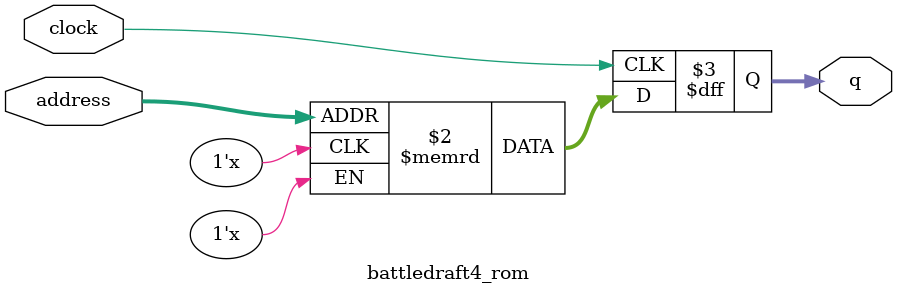
<source format=sv>
module battledraft4_rom (
	input logic clock,
	input logic [17:0] address,
	output logic [3:0] q
);

logic [3:0] memory [0:153599] /* synthesis ram_init_file = "./battledraft4/battledraft4.mif" */;

always_ff @ (posedge clock) begin
	q <= memory[address];
end

endmodule

</source>
